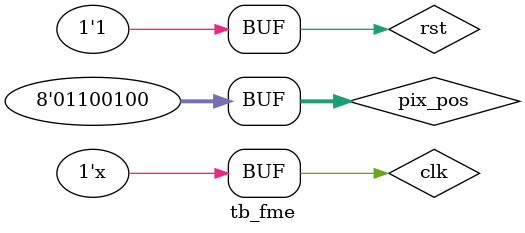
<source format=sv>
`timescale 1ns / 1ps


module tb_fme();

reg clk, rst;
reg [7:0] pix_pos;
wire [7:0] quat_val;


fme main_dut (.clk(clk), .rst(rst), .pix_pos(pix_pos), .quat_val(quat_val));

always #5 clk = ~clk;

initial begin
clk <= 0;
pix_pos <= 100;
rst <= 1;
#2 rst<= 0;
#2 rst<= 1;

end

endmodule

</source>
